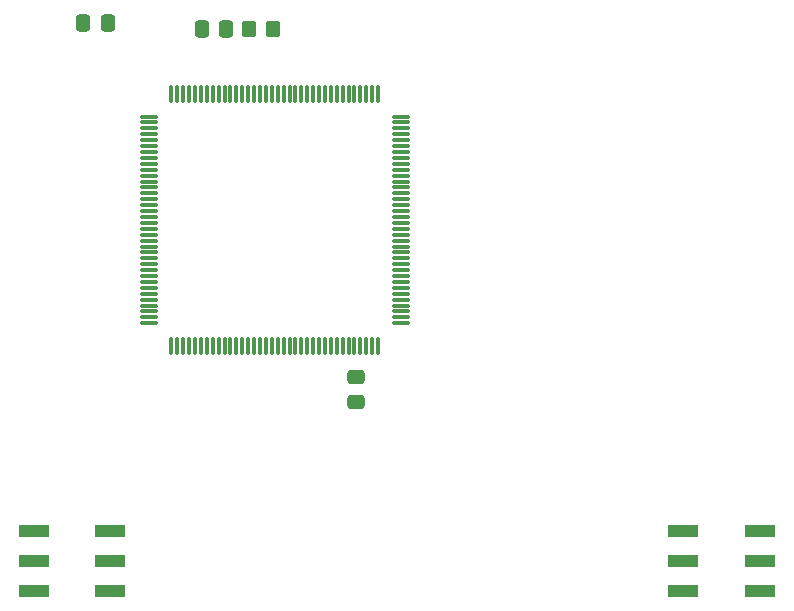
<source format=gbr>
%TF.GenerationSoftware,KiCad,Pcbnew,8.0.6*%
%TF.CreationDate,2024-11-07T17:09:19-06:00*%
%TF.ProjectId,CameraAI_PCB,43616d65-7261-4414-995f-5043422e6b69,rev?*%
%TF.SameCoordinates,Original*%
%TF.FileFunction,Paste,Top*%
%TF.FilePolarity,Positive*%
%FSLAX46Y46*%
G04 Gerber Fmt 4.6, Leading zero omitted, Abs format (unit mm)*
G04 Created by KiCad (PCBNEW 8.0.6) date 2024-11-07 17:09:19*
%MOMM*%
%LPD*%
G01*
G04 APERTURE LIST*
G04 Aperture macros list*
%AMRoundRect*
0 Rectangle with rounded corners*
0 $1 Rounding radius*
0 $2 $3 $4 $5 $6 $7 $8 $9 X,Y pos of 4 corners*
0 Add a 4 corners polygon primitive as box body*
4,1,4,$2,$3,$4,$5,$6,$7,$8,$9,$2,$3,0*
0 Add four circle primitives for the rounded corners*
1,1,$1+$1,$2,$3*
1,1,$1+$1,$4,$5*
1,1,$1+$1,$6,$7*
1,1,$1+$1,$8,$9*
0 Add four rect primitives between the rounded corners*
20,1,$1+$1,$2,$3,$4,$5,0*
20,1,$1+$1,$4,$5,$6,$7,0*
20,1,$1+$1,$6,$7,$8,$9,0*
20,1,$1+$1,$8,$9,$2,$3,0*%
G04 Aperture macros list end*
%ADD10RoundRect,0.250000X-0.350000X-0.450000X0.350000X-0.450000X0.350000X0.450000X-0.350000X0.450000X0*%
%ADD11RoundRect,0.250000X0.475000X-0.337500X0.475000X0.337500X-0.475000X0.337500X-0.475000X-0.337500X0*%
%ADD12R,2.500000X1.000000*%
%ADD13RoundRect,0.250000X-0.337500X-0.475000X0.337500X-0.475000X0.337500X0.475000X-0.337500X0.475000X0*%
%ADD14RoundRect,0.075000X-0.662500X-0.075000X0.662500X-0.075000X0.662500X0.075000X-0.662500X0.075000X0*%
%ADD15RoundRect,0.075000X-0.075000X-0.662500X0.075000X-0.662500X0.075000X0.662500X-0.075000X0.662500X0*%
G04 APERTURE END LIST*
D10*
%TO.C,R1*%
X137000000Y-54500000D03*
X139000000Y-54500000D03*
%TD*%
D11*
%TO.C,C22*%
X146000000Y-86037500D03*
X146000000Y-83962500D03*
%TD*%
D12*
%TO.C,SW1*%
X118750000Y-96960000D03*
X125250000Y-102040000D03*
X118750000Y-102040000D03*
X125250000Y-96960000D03*
X118750000Y-99500000D03*
X125250000Y-99500000D03*
%TD*%
D13*
%TO.C,C24*%
X122962500Y-54000000D03*
X125037500Y-54000000D03*
%TD*%
D12*
%TO.C,SW2*%
X173750000Y-96960000D03*
X180250000Y-102040000D03*
X173750000Y-102040000D03*
X180250000Y-96960000D03*
X173750000Y-99500000D03*
X180250000Y-99500000D03*
%TD*%
D13*
%TO.C,C21*%
X132962500Y-54500000D03*
X135037500Y-54500000D03*
%TD*%
D14*
%TO.C,U1*%
X128500000Y-61912500D03*
X128500000Y-62412500D03*
X128500000Y-62912500D03*
X128500000Y-63412500D03*
X128500000Y-63912500D03*
X128500000Y-64412500D03*
X128500000Y-64912500D03*
X128500000Y-65412500D03*
X128500000Y-65912500D03*
X128500000Y-66412500D03*
X128500000Y-66912500D03*
X128500000Y-67412500D03*
X128500000Y-67912500D03*
X128500000Y-68412500D03*
X128500000Y-68912500D03*
X128500000Y-69412500D03*
X128500000Y-69912500D03*
X128500000Y-70412500D03*
X128500000Y-70912500D03*
X128500000Y-71412500D03*
X128500000Y-71912500D03*
X128500000Y-72412500D03*
X128500000Y-72912500D03*
X128500000Y-73412500D03*
X128500000Y-73912500D03*
X128500000Y-74412500D03*
X128500000Y-74912500D03*
X128500000Y-75412500D03*
X128500000Y-75912500D03*
X128500000Y-76412500D03*
X128500000Y-76912500D03*
X128500000Y-77412500D03*
X128500000Y-77912500D03*
X128500000Y-78412500D03*
X128500000Y-78912500D03*
X128500000Y-79412500D03*
D15*
X130412500Y-81325000D03*
X130912500Y-81325000D03*
X131412500Y-81325000D03*
X131912500Y-81325000D03*
X132412500Y-81325000D03*
X132912500Y-81325000D03*
X133412500Y-81325000D03*
X133912500Y-81325000D03*
X134412500Y-81325000D03*
X134912500Y-81325000D03*
X135412500Y-81325000D03*
X135912500Y-81325000D03*
X136412500Y-81325000D03*
X136912500Y-81325000D03*
X137412500Y-81325000D03*
X137912500Y-81325000D03*
X138412500Y-81325000D03*
X138912500Y-81325000D03*
X139412500Y-81325000D03*
X139912500Y-81325000D03*
X140412500Y-81325000D03*
X140912500Y-81325000D03*
X141412500Y-81325000D03*
X141912500Y-81325000D03*
X142412500Y-81325000D03*
X142912500Y-81325000D03*
X143412500Y-81325000D03*
X143912500Y-81325000D03*
X144412500Y-81325000D03*
X144912500Y-81325000D03*
X145412500Y-81325000D03*
X145912500Y-81325000D03*
X146412500Y-81325000D03*
X146912500Y-81325000D03*
X147412500Y-81325000D03*
X147912500Y-81325000D03*
D14*
X149825000Y-79412500D03*
X149825000Y-78912500D03*
X149825000Y-78412500D03*
X149825000Y-77912500D03*
X149825000Y-77412500D03*
X149825000Y-76912500D03*
X149825000Y-76412500D03*
X149825000Y-75912500D03*
X149825000Y-75412500D03*
X149825000Y-74912500D03*
X149825000Y-74412500D03*
X149825000Y-73912500D03*
X149825000Y-73412500D03*
X149825000Y-72912500D03*
X149825000Y-72412500D03*
X149825000Y-71912500D03*
X149825000Y-71412500D03*
X149825000Y-70912500D03*
X149825000Y-70412500D03*
X149825000Y-69912500D03*
X149825000Y-69412500D03*
X149825000Y-68912500D03*
X149825000Y-68412500D03*
X149825000Y-67912500D03*
X149825000Y-67412500D03*
X149825000Y-66912500D03*
X149825000Y-66412500D03*
X149825000Y-65912500D03*
X149825000Y-65412500D03*
X149825000Y-64912500D03*
X149825000Y-64412500D03*
X149825000Y-63912500D03*
X149825000Y-63412500D03*
X149825000Y-62912500D03*
X149825000Y-62412500D03*
X149825000Y-61912500D03*
D15*
X147912500Y-60000000D03*
X147412500Y-60000000D03*
X146912500Y-60000000D03*
X146412500Y-60000000D03*
X145912500Y-60000000D03*
X145412500Y-60000000D03*
X144912500Y-60000000D03*
X144412500Y-60000000D03*
X143912500Y-60000000D03*
X143412500Y-60000000D03*
X142912500Y-60000000D03*
X142412500Y-60000000D03*
X141912500Y-60000000D03*
X141412500Y-60000000D03*
X140912500Y-60000000D03*
X140412500Y-60000000D03*
X139912500Y-60000000D03*
X139412500Y-60000000D03*
X138912500Y-60000000D03*
X138412500Y-60000000D03*
X137912500Y-60000000D03*
X137412500Y-60000000D03*
X136912500Y-60000000D03*
X136412500Y-60000000D03*
X135912500Y-60000000D03*
X135412500Y-60000000D03*
X134912500Y-60000000D03*
X134412500Y-60000000D03*
X133912500Y-60000000D03*
X133412500Y-60000000D03*
X132912500Y-60000000D03*
X132412500Y-60000000D03*
X131912500Y-60000000D03*
X131412500Y-60000000D03*
X130912500Y-60000000D03*
X130412500Y-60000000D03*
%TD*%
M02*

</source>
